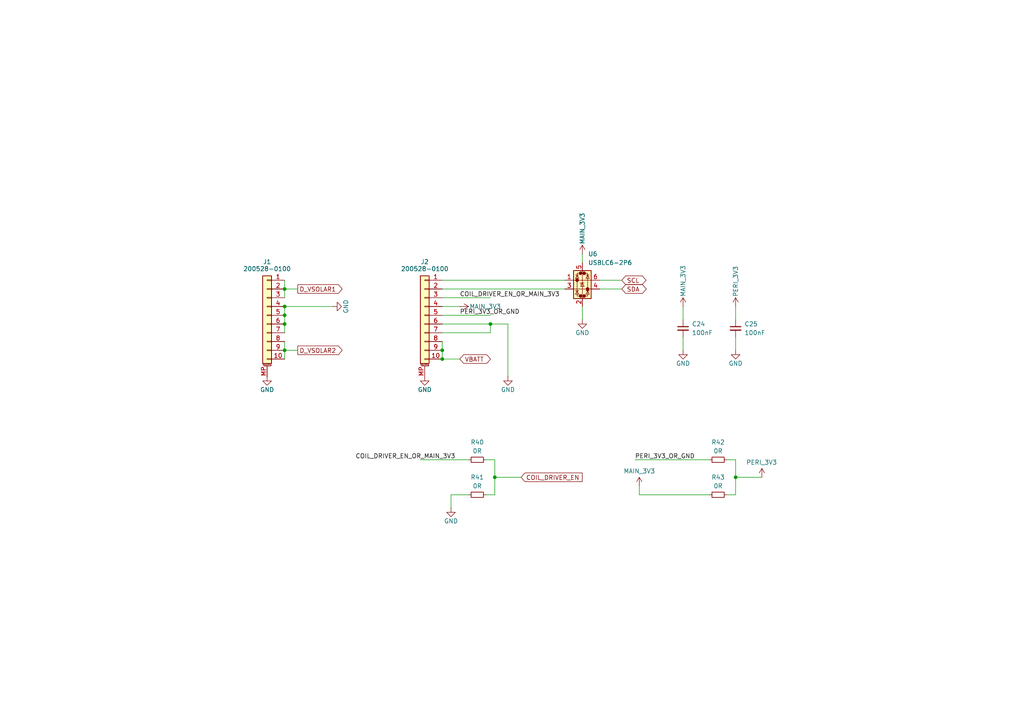
<source format=kicad_sch>
(kicad_sch (version 20231120) (generator "eeschema") (generator_version "8.0")
  (paper "A4")
  (lib_symbols
    (symbol "Connector_Generic_MountingPin:Conn_01x10_MountingPin" (pin_names (offset 1.016) hide)
      (property "Reference" "J" (at 0 12.7 0))
      (property "Value" "Conn_01x10_MountingPin" (at 1.27 -15.24 0))
      (symbol "Conn_01x10_MountingPin_1_1"
        (rectangle (start -1.27 -12.573) (end 0 -12.827) (stroke (width 0.1524)))
        (rectangle (start -1.27 -10.033) (end 0 -10.287) (stroke (width 0.1524)))
        (rectangle (start -1.27 -7.493) (end 0 -7.747) (stroke (width 0.1524)))
        (rectangle (start -1.27 -4.953) (end 0 -5.207) (stroke (width 0.1524)))
        (rectangle (start -1.27 -2.413) (end 0 -2.667) (stroke (width 0.1524)))
        (rectangle (start -1.27 0.127) (end 0 -0.127) (stroke (width 0.1524)))
        (rectangle (start -1.27 2.667) (end 0 2.413) (stroke (width 0.1524)))
        (rectangle (start -1.27 5.207) (end 0 4.953) (stroke (width 0.1524)))
        (rectangle (start -1.27 7.747) (end 0 7.493) (stroke (width 0.1524)))
        (rectangle (start -1.27 10.287) (end 0 10.033) (stroke (width 0.1524)))
        (rectangle (start -1.27 11.43) (end 1.27 -13.97) (stroke (width 0.254)) (fill (type background)))
        (polyline (pts (xy -1.016 -14.732) (xy 1.016 -14.732)) (stroke (width 0.1524)))
        (text "Mounting" (at 0 -14.351 0) (effects (font (size 0.381 0.381))))
        (pin passive line (at -5.08 10.16 0) (length 3.81) (name "Pin_1") (number "1"))
        (pin passive line (at -5.08 -12.7 0) (length 3.81) (name "Pin_10") (number "10"))
        (pin passive line (at -5.08 7.62 0) (length 3.81) (name "Pin_2") (number "2"))
        (pin passive line (at -5.08 5.08 0) (length 3.81) (name "Pin_3") (number "3"))
        (pin passive line (at -5.08 2.54 0) (length 3.81) (name "Pin_4") (number "4"))
        (pin passive line (at -5.08 0 0) (length 3.81) (name "Pin_5") (number "5"))
        (pin passive line (at -5.08 -2.54 0) (length 3.81) (name "Pin_6") (number "6"))
        (pin passive line (at -5.08 -5.08 0) (length 3.81) (name "Pin_7") (number "7"))
        (pin passive line (at -5.08 -7.62 0) (length 3.81) (name "Pin_8") (number "8"))
        (pin passive line (at -5.08 -10.16 0) (length 3.81) (name "Pin_9") (number "9"))
        (pin passive line (at 0 -17.78 90) (length 3.048) (name "MountPin") (number "MP"))
      )
    )
    (symbol "Device:C_Small" (pin_numbers hide) (pin_names (offset 0.254) hide)
      (property "Reference" "C" (at 0.254 1.778 0))
      (property "Value" "C_Small" (at 0.254 -2.032 0))
      (symbol "C_Small_0_1"
        (polyline (pts (xy -1.524 -0.508) (xy 1.524 -0.508)) (stroke (width 0.3302)))
        (polyline (pts (xy -1.524 0.508) (xy 1.524 0.508)) (stroke (width 0.3048)))
      )
      (symbol "C_Small_1_1"
        (pin passive line (at 0 2.54 270) (length 2.032) (name "~") (number "1"))
        (pin passive line (at 0 -2.54 90) (length 2.032) (name "~") (number "2"))
      )
    )
    (symbol "Device:R_Small" (pin_numbers hide) (pin_names (offset 0.254) hide)
      (property "Reference" "R" (at 0.762 0.508 0))
      (property "Value" "R_Small" (at 0.762 -1.016 0))
      (symbol "R_Small_0_1"
        (rectangle (start -0.762 1.778) (end 0.762 -1.778) (stroke (width 0.2032)))
      )
      (symbol "R_Small_1_1"
        (pin passive line (at 0 2.54 270) (length 0.762) (name "~") (number "1"))
        (pin passive line (at 0 -2.54 90) (length 0.762) (name "~") (number "2"))
      )
    )
    (symbol "Power_Protection:USBLC6-2P6" (pin_names hide)
      (property "Reference" "U" (at 0.635 5.715 0))
      (property "Value" "USBLC6-2P6" (at 0.635 3.81 0))
      (symbol "USBLC6-2P6_0_0"
        (circle (center -1.524 0) (radius 0.0001) (stroke (width 0.508)))
        (circle (center -0.508 -4.572) (radius 0.0001) (stroke (width 0.508)))
        (circle (center -0.508 2.032) (radius 0.0001) (stroke (width 0.508)))
        (circle (center 0.508 -4.572) (radius 0.0001) (stroke (width 0.508)))
        (circle (center 0.508 2.032) (radius 0.0001) (stroke (width 0.508)))
        (circle (center 1.524 -2.54) (radius 0.0001) (stroke (width 0.508)))
      )
      (symbol "USBLC6-2P6_0_1"
        (polyline (pts (xy -2.54 -2.54) (xy 2.54 -2.54)))
        (polyline (pts (xy -2.54 0) (xy 2.54 0)))
        (polyline (pts (xy -2.032 -3.048) (xy -1.016 -3.048)))
        (polyline (pts (xy -1.016 1.524) (xy -2.032 1.524)))
        (polyline (pts (xy 1.016 -3.048) (xy 2.032 -3.048)))
        (polyline (pts (xy 1.016 1.524) (xy 2.032 1.524)))
        (polyline (pts (xy -0.508 -1.143) (xy -0.508 -0.762) (xy 0.508 -0.762)))
        (polyline (pts (xy -2.032 0.508) (xy -1.016 0.508) (xy -1.524 1.524) (xy -2.032 0.508)))
        (polyline (pts (xy -1.016 -4.064) (xy -2.032 -4.064) (xy -1.524 -3.048) (xy -1.016 -4.064)))
        (polyline (pts (xy 0.508 -1.778) (xy -0.508 -1.778) (xy 0 -0.762) (xy 0.508 -1.778)))
        (polyline (pts (xy 2.032 -4.064) (xy 1.016 -4.064) (xy 1.524 -3.048) (xy 2.032 -4.064)))
        (polyline (pts (xy 2.032 0.508) (xy 1.016 0.508) (xy 1.524 1.524) (xy 2.032 0.508)))
        (polyline (pts (xy 0 2.54) (xy -0.508 2.032) (xy 0.508 2.032) (xy 0 1.524) (xy 0 -4.064) (xy -0.508 -4.572) (xy 0.508 -4.572) (xy 0 -5.08)))
      )
      (symbol "USBLC6-2P6_1_1"
        (rectangle (start -2.54 2.794) (end 2.54 -5.334) (stroke (width 0.254)) (fill (type background)))
        (polyline (pts (xy -0.508 2.032) (xy -1.524 2.032) (xy -1.524 -4.572) (xy -0.508 -4.572)))
        (polyline (pts (xy 0.508 -4.572) (xy 1.524 -4.572) (xy 1.524 2.032) (xy 0.508 2.032)))
        (pin passive line (at -5.08 0 0) (length 2.54) (name "I/O1") (number "1"))
        (pin passive line (at 0 -7.62 90) (length 2.54) (name "GND") (number "2"))
        (pin passive line (at -5.08 -2.54 0) (length 2.54) (name "I/O2") (number "3"))
        (pin passive line (at 5.08 -2.54 180) (length 2.54) (name "I/O2") (number "4"))
        (pin passive line (at 0 5.08 270) (length 2.54) (name "VBUS") (number "5"))
        (pin passive line (at 5.08 0 180) (length 2.54) (name "I/O1") (number "6"))
      )
    )
    (symbol "power:+3.3V" (power) (pin_numbers hide) (pin_names (offset 0) hide)
      (property "Value" "+3.3V" (at 0 3.556 0))
      (symbol "+3.3V_0_1"
        (polyline (pts (xy -0.762 1.27) (xy 0 2.54)))
        (polyline (pts (xy 0 0) (xy 0 2.54)))
        (polyline (pts (xy 0 2.54) (xy 0.762 1.27)))
      )
      (symbol "+3.3V_1_1"
        (pin power_in line (at 0 0 90) (length 0) (name "~") (number "1"))
      )
    )
    (symbol "power:GND" (power) (pin_numbers hide) (pin_names (offset 0) hide)
      (property "Value" "GND" (at 0 -3.81 0))
      (symbol "GND_0_1"
        (polyline (pts (xy 0 0) (xy 0 -1.27) (xy 1.27 -1.27) (xy 0 -2.54) (xy -1.27 -1.27) (xy 0 -1.27)))
      )
      (symbol "GND_1_1"
        (pin power_in line (at 0 0 270) (length 0) (name "~") (number "1"))
      )
    )
  )
  (junction (at 213.36 138.43))
  (junction (at 142.24 93.98))
  (junction (at 82.55 88.9))
  (junction (at 82.55 83.82))
  (junction (at 128.27 104.14))
  (junction (at 82.55 93.98))
  (junction (at 143.51 138.43))
  (junction (at 82.55 91.44))
  (junction (at 128.27 101.6))
  (junction (at 82.55 101.6))
  (wire (pts (xy 128.27 104.14) (xy 133.35 104.14)))
  (wire (pts (xy 143.51 138.43) (xy 143.51 143.51)))
  (wire (pts (xy 210.82 133.35) (xy 213.36 133.35)))
  (wire (pts (xy 168.91 73.66) (xy 168.91 76.2)))
  (wire (pts (xy 135.89 143.51) (xy 130.81 143.51)))
  (wire (pts (xy 142.24 96.52) (xy 142.24 93.98)))
  (wire (pts (xy 213.36 97.79) (xy 213.36 101.6)))
  (wire (pts (xy 198.12 97.79) (xy 198.12 101.6)))
  (wire (pts (xy 82.55 101.6) (xy 86.36 101.6)))
  (wire (pts (xy 82.55 93.98) (xy 82.55 96.52)))
  (wire (pts (xy 128.27 99.06) (xy 128.27 101.6)))
  (wire (pts (xy 128.27 101.6) (xy 128.27 104.14)))
  (wire (pts (xy 147.32 93.98) (xy 147.32 109.22)))
  (wire (pts (xy 213.36 138.43) (xy 213.36 143.51)))
  (wire (pts (xy 128.27 93.98) (xy 142.24 93.98)))
  (wire (pts (xy 185.42 140.97) (xy 185.42 143.51)))
  (wire (pts (xy 130.81 143.51) (xy 130.81 147.32)))
  (wire (pts (xy 133.35 88.9) (xy 128.27 88.9)))
  (wire (pts (xy 173.99 81.28) (xy 180.34 81.28)))
  (wire (pts (xy 82.55 101.6) (xy 82.55 99.06)))
  (wire (pts (xy 128.27 83.82) (xy 163.83 83.82)))
  (wire (pts (xy 128.27 96.52) (xy 142.24 96.52)))
  (wire (pts (xy 213.36 138.43) (xy 220.98 138.43)))
  (wire (pts (xy 121.92 133.35) (xy 135.89 133.35)))
  (wire (pts (xy 143.51 138.43) (xy 151.13 138.43)))
  (wire (pts (xy 185.42 143.51) (xy 205.74 143.51)))
  (wire (pts (xy 143.51 143.51) (xy 140.97 143.51)))
  (wire (pts (xy 213.36 143.51) (xy 210.82 143.51)))
  (wire (pts (xy 140.97 133.35) (xy 143.51 133.35)))
  (wire (pts (xy 128.27 81.28) (xy 163.83 81.28)))
  (wire (pts (xy 143.51 133.35) (xy 143.51 138.43)))
  (wire (pts (xy 213.36 133.35) (xy 213.36 138.43)))
  (wire (pts (xy 82.55 88.9) (xy 82.55 91.44)))
  (wire (pts (xy 168.91 88.9) (xy 168.91 92.71)))
  (wire (pts (xy 82.55 88.9) (xy 96.52 88.9)))
  (wire (pts (xy 128.27 86.36) (xy 142.24 86.36)))
  (wire (pts (xy 82.55 83.82) (xy 82.55 81.28)))
  (wire (pts (xy 142.24 93.98) (xy 147.32 93.98)))
  (wire (pts (xy 82.55 83.82) (xy 86.36 83.82)))
  (wire (pts (xy 173.99 83.82) (xy 180.34 83.82)))
  (wire (pts (xy 198.12 88.9) (xy 198.12 92.71)))
  (wire (pts (xy 184.15 133.35) (xy 205.74 133.35)))
  (wire (pts (xy 82.55 91.44) (xy 82.55 93.98)))
  (wire (pts (xy 213.36 88.9) (xy 213.36 92.71)))
  (wire (pts (xy 128.27 91.44) (xy 142.24 91.44)))
  (wire (pts (xy 82.55 101.6) (xy 82.55 104.14)))
  (wire (pts (xy 82.55 83.82) (xy 82.55 86.36)))
  (label "COIL_DRIVER_EN_OR_MAIN_3V3" (at 133.35 86.36 0))
  (label "COIL_DRIVER_EN_OR_MAIN_3V3" (at 132.08 133.35 180))
  (label "PERI_3V3_OR_GND" (at 133.35 91.44 0))
  (label "PERI_3V3_OR_GND" (at 184.15 133.35 0))
  (global_label "D_VSOLAR2" (shape output) (at 86.36 101.6 0) (property "Intersheetrefs" "${INTERSHEET_REFS}" (effects (hide yes))))
  (global_label "SDA" (shape bidirectional) (at 180.34 83.82 0) (property "Intersheetrefs" "${INTERSHEET_REFS}" (effects (hide yes))))
  (global_label "VBATT" (shape bidirectional) (at 133.35 104.14 0) (property "Intersheetrefs" "${INTERSHEET_REFS}" (effects (hide yes))))
  (global_label "COIL_DRIVER_EN" (shape input) (at 151.13 138.43 0) (property "Intersheetrefs" "${INTERSHEET_REFS}" (effects (hide yes))))
  (global_label "D_VSOLAR1" (shape output) (at 86.36 83.82 0) (property "Intersheetrefs" "${INTERSHEET_REFS}" (effects (hide yes))))
  (global_label "SCL" (shape bidirectional) (at 180.34 81.28 0) (property "Intersheetrefs" "${INTERSHEET_REFS}" (effects (hide yes))))
  (symbol (lib_id "power:+3.3V") (at 133.35 88.9 270) (mirror x) (unit 1)
    (property "Reference" "#SUPPLY01" (effects (hide yes)))
    (property "Value" "MAIN_3V3" (at 136.144 88.9 90) (effects (justify left)))
    (property "Description" "Power symbol creates a global label with name \"+3.3V\"" (effects (hide yes)))
  )
  (symbol (lib_id "power:GND") (at 77.47 109.22 0) (unit 1)
    (property "Reference" "#PWR05" (effects (hide yes)))
    (property "Value" "GND" (at 77.47 113.03 0))
    (property "Description" "Power symbol creates a global label with name \"GND\" , ground" (effects (hide yes)))
  )
  (symbol (lib_id "power:GND") (at 123.19 109.22 0) (unit 1)
    (property "Reference" "#PWR011" (effects (hide yes)))
    (property "Value" "GND" (at 123.19 113.03 0))
    (property "Description" "Power symbol creates a global label with name \"GND\" , ground" (effects (hide yes)))
  )
  (symbol (lib_id "Connector_Generic_MountingPin:Conn_01x10_MountingPin") (at 123.19 91.44 0) (mirror y) (unit 1)
    (property "Reference" "J2" (at 123.19 75.946 0))
    (property "Value" "200528-0100" (at 123.19 77.978 0))
    (property "Footprint" "Argus-Connectors:Molex_200528-0100_1x10-1MP_P1.00mm_Horizontal" (effects (hide yes)))
    (property "Description" "Generic connectable mounting pin connector, single row, 01x10, script generated (kicad-library-utils/schlib/autogen/connector/)" (effects (hide yes)))
  )
  (symbol (lib_id "power:+3.3V") (at 220.98 138.43 0) (unit 1)
    (property "Reference" "#SUPPLY06" (effects (hide yes)))
    (property "Value" "PERI_3V3" (at 216.408 134.112 0) (effects (justify left)))
    (property "Description" "Power symbol creates a global label with name \"+3.3V\"" (effects (hide yes)))
  )
  (symbol (lib_id "Power_Protection:USBLC6-2P6") (at 168.91 81.28 0) (unit 1)
    (property "Reference" "U6" (at 170.5611 73.66 0) (effects (justify left)))
    (property "Value" "USBLC6-2P6" (at 170.5611 76.2 0) (effects (justify left)))
    (property "Footprint" "Package_TO_SOT_SMD:SOT-666" (effects (hide yes)))
    (property "Datasheet" "https://www.st.com/resource/en/datasheet/usblc6-2.pdf" (effects (hide yes)))
    (property "Description" "Very low capacitance ESD protection diode, 2 data-line, SOT-666" (effects (hide yes)))
  )
  (symbol (lib_id "power:+3.3V") (at 168.91 73.66 0) (mirror y) (unit 1)
    (property "Reference" "#SUPPLY03" (effects (hide yes)))
    (property "Value" "MAIN_3V3" (at 168.91 70.866 90) (effects (justify left)))
    (property "Description" "Power symbol creates a global label with name \"+3.3V\"" (effects (hide yes)))
  )
  (symbol (lib_id "Device:C_Small") (at 213.36 95.25 0) (unit 1)
    (property "Reference" "C25" (at 215.9 93.9862 0) (effects (justify left)))
    (property "Value" "100nF" (at 215.9 96.5262 0) (effects (justify left)))
    (property "Footprint" "Capacitor_SMD:C_0603_1608Metric" (effects (hide yes)))
    (property "Description" "Unpolarized capacitor, small symbol" (effects (hide yes)))
  )
  (symbol (lib_id "power:GND") (at 130.81 147.32 0) (mirror y) (unit 1)
    (property "Reference" "#PWR024" (effects (hide yes)))
    (property "Value" "GND" (at 130.81 151.13 0))
    (property "Description" "Power symbol creates a global label with name \"GND\" , ground" (effects (hide yes)))
  )
  (symbol (lib_id "Device:C_Small") (at 198.12 95.25 0) (unit 1)
    (property "Reference" "C24" (at 200.66 93.9862 0) (effects (justify left)))
    (property "Value" "100nF" (at 200.66 96.5262 0) (effects (justify left)))
    (property "Footprint" "Capacitor_SMD:C_0603_1608Metric" (effects (hide yes)))
    (property "Description" "Unpolarized capacitor, small symbol" (effects (hide yes)))
  )
  (symbol (lib_id "Device:R_Small") (at 208.28 143.51 90) (unit 1)
    (property "Reference" "R43" (at 208.28 138.43 90))
    (property "Value" "0R" (at 208.28 140.97 90))
    (property "Footprint" "Resistor_SMD:R_0603_1608Metric" (effects (hide yes)))
    (property "Description" "Resistor, small symbol" (effects (hide yes)))
  )
  (symbol (lib_id "power:+3.3V") (at 185.42 140.97 0) (unit 1)
    (property "Reference" "#SUPPLY02" (effects (hide yes)))
    (property "Value" "MAIN_3V3" (at 180.848 136.652 0) (effects (justify left)))
    (property "Description" "Power symbol creates a global label with name \"+3.3V\"" (effects (hide yes)))
  )
  (symbol (lib_id "Device:R_Small") (at 208.28 133.35 90) (unit 1)
    (property "Reference" "R42" (at 208.28 128.27 90))
    (property "Value" "0R" (at 208.28 130.81 90))
    (property "Footprint" "Resistor_SMD:R_0603_1608Metric" (effects (hide yes)))
    (property "Description" "Resistor, small symbol" (effects (hide yes)))
  )
  (symbol (lib_id "power:GND") (at 168.91 92.71 0) (mirror y) (unit 1)
    (property "Reference" "#PWR019" (effects (hide yes)))
    (property "Value" "GND" (at 168.91 96.52 0))
    (property "Description" "Power symbol creates a global label with name \"GND\" , ground" (effects (hide yes)))
  )
  (symbol (lib_id "power:GND") (at 213.36 101.6 0) (mirror y) (unit 1)
    (property "Reference" "#PWR023" (effects (hide yes)))
    (property "Value" "GND" (at 213.36 105.41 0))
    (property "Description" "Power symbol creates a global label with name \"GND\" , ground" (effects (hide yes)))
  )
  (symbol (lib_id "power:+3.3V") (at 213.36 88.9 0) (mirror y) (unit 1)
    (property "Reference" "#SUPPLY05" (effects (hide yes)))
    (property "Value" "PERI_3V3" (at 213.36 86.106 90) (effects (justify left)))
    (property "Description" "Power symbol creates a global label with name \"+3.3V\"" (effects (hide yes)))
  )
  (symbol (lib_id "Connector_Generic_MountingPin:Conn_01x10_MountingPin") (at 77.47 91.44 0) (mirror y) (unit 1)
    (property "Reference" "J1" (at 77.47 75.946 0))
    (property "Value" "200528-0100" (at 77.47 77.978 0))
    (property "Footprint" "Argus-Connectors:Molex_200528-0100_1x10-1MP_P1.00mm_Horizontal" (effects (hide yes)))
    (property "Description" "Generic connectable mounting pin connector, single row, 01x10, script generated (kicad-library-utils/schlib/autogen/connector/)" (effects (hide yes)))
  )
  (symbol (lib_id "power:GND") (at 147.32 109.22 0) (mirror y) (unit 1)
    (property "Reference" "#PWR012" (effects (hide yes)))
    (property "Value" "GND" (at 147.32 113.03 0))
    (property "Description" "Power symbol creates a global label with name \"GND\" , ground" (effects (hide yes)))
  )
  (symbol (lib_id "power:+3.3V") (at 198.12 88.9 0) (mirror y) (unit 1)
    (property "Reference" "#SUPPLY04" (effects (hide yes)))
    (property "Value" "MAIN_3V3" (at 198.12 86.106 90) (effects (justify left)))
    (property "Description" "Power symbol creates a global label with name \"+3.3V\"" (effects (hide yes)))
  )
  (symbol (lib_id "power:GND") (at 198.12 101.6 0) (mirror y) (unit 1)
    (property "Reference" "#PWR022" (effects (hide yes)))
    (property "Value" "GND" (at 198.12 105.41 0))
    (property "Description" "Power symbol creates a global label with name \"GND\" , ground" (effects (hide yes)))
  )
  (symbol (lib_id "power:GND") (at 96.52 88.9 90) (unit 1)
    (property "Reference" "#PWR010" (effects (hide yes)))
    (property "Value" "GND" (at 100.33 88.9 0))
    (property "Description" "Power symbol creates a global label with name \"GND\" , ground" (effects (hide yes)))
  )
  (symbol (lib_id "Device:R_Small") (at 138.43 143.51 90) (unit 1)
    (property "Reference" "R41" (at 138.43 138.43 90))
    (property "Value" "0R" (at 138.43 140.97 90))
    (property "Footprint" "Resistor_SMD:R_0603_1608Metric" (effects (hide yes)))
    (property "Description" "Resistor, small symbol" (effects (hide yes)))
  )
  (symbol (lib_id "Device:R_Small") (at 138.43 133.35 90) (unit 1)
    (property "Reference" "R40" (at 138.43 128.27 90))
    (property "Value" "0R" (at 138.43 130.81 90))
    (property "Footprint" "Resistor_SMD:R_0603_1608Metric" (effects (hide yes)))
    (property "Description" "Resistor, small symbol" (effects (hide yes)))
  )
)
</source>
